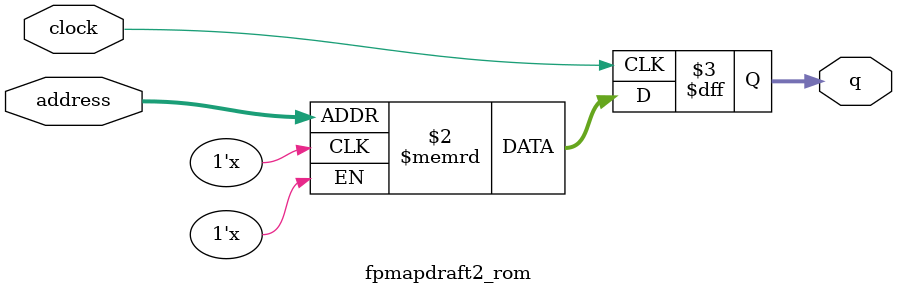
<source format=sv>
module fpmapdraft2_rom (
	input logic clock,
	input logic [17:0] address,
	output logic [3:0] q
);

logic [3:0] memory [0:153599] /* synthesis ram_init_file = "./fpmapdraft2/fpmapdraft2.mif" */;

always_ff @ (posedge clock) begin
	q <= memory[address];
end

endmodule

</source>
